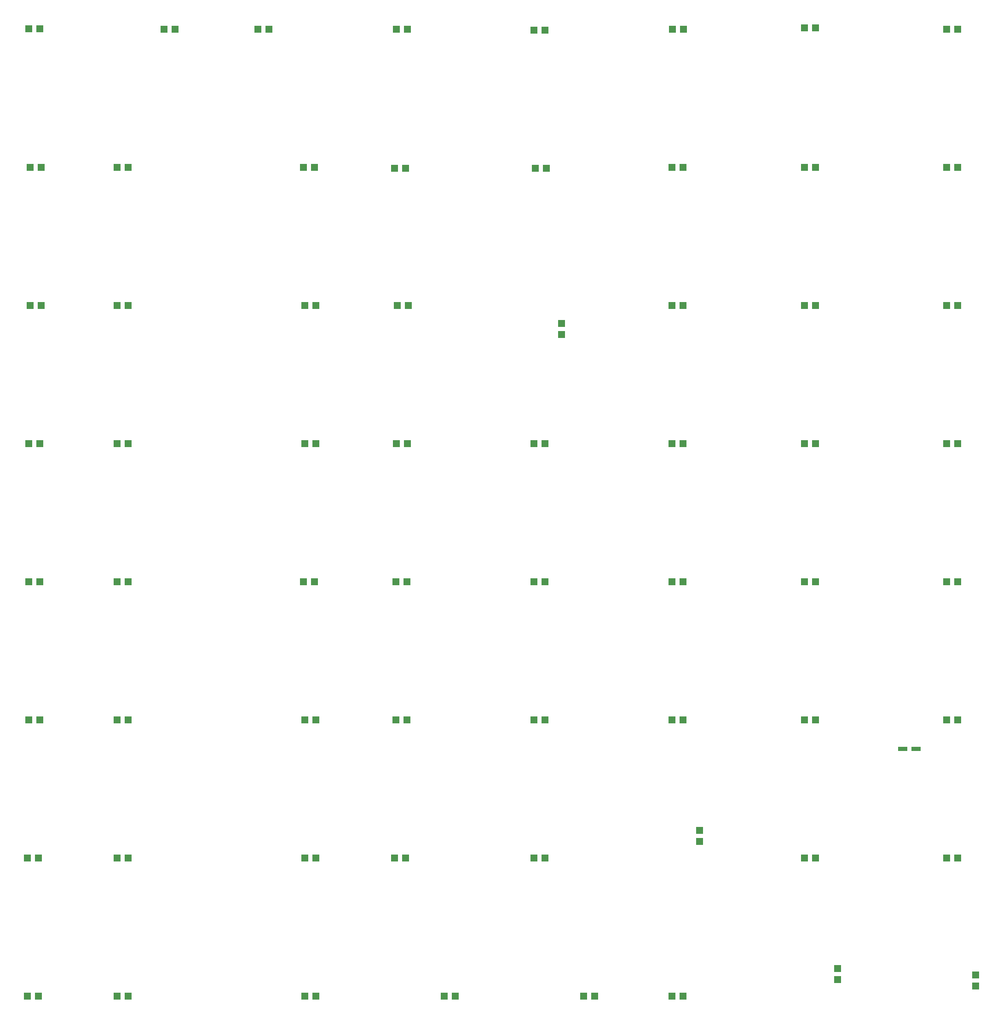
<source format=gbr>
G04 start of page 10 for group -4014 idx -4014 *
G04 Title: (unknown), bottompaste *
G04 Creator: pcb v4.0.2-g2d695f8b *
G04 CreationDate: Sat Jan 27 08:31:28 2018 UTC *
G04 For: zhenke *
G04 Format: Gerber/RS-274X *
G04 PCB-Dimensions (mil): 7480.31 7283.46 *
G04 PCB-Coordinate-Origin: lower left *
%MOIN*%
%FSLAX25Y25*%
%LNBOTTOMPASTE*%
%ADD67C,0.0001*%
G54D67*G36*
X238500Y222346D02*Y217346D01*
X243500D01*
Y222346D01*
X238500D01*
G37*
G36*
X246500D02*Y217346D01*
X251500D01*
Y222346D01*
X246500D01*
G37*
G36*
X680654Y200421D02*Y197272D01*
X687346D01*
Y200421D01*
X680654D01*
G37*
G36*
X670814D02*Y197272D01*
X677506D01*
Y200421D01*
X670814D01*
G37*
G36*
X624500Y34346D02*Y29346D01*
X629500D01*
Y34346D01*
X624500D01*
G37*
G36*
Y42346D02*Y37346D01*
X629500D01*
Y42346D01*
X624500D01*
G37*
G36*
X38500Y722846D02*Y717846D01*
X43500D01*
Y722846D01*
X38500D01*
G37*
G36*
X46500D02*Y717846D01*
X51500D01*
Y722846D01*
X46500D01*
G37*
G36*
X339500Y22346D02*Y17346D01*
X344500D01*
Y22346D01*
X339500D01*
G37*
G36*
X347500D02*Y17346D01*
X352500D01*
Y22346D01*
X347500D01*
G37*
G36*
X412500Y422346D02*Y417346D01*
X417500D01*
Y422346D01*
X412500D01*
G37*
G36*
X404500D02*Y417346D01*
X409500D01*
Y422346D01*
X404500D01*
G37*
G36*
X212500Y722346D02*Y717346D01*
X217500D01*
Y722346D01*
X212500D01*
G37*
G36*
X204500D02*Y717346D01*
X209500D01*
Y722346D01*
X204500D01*
G37*
G36*
X136500D02*Y717346D01*
X141500D01*
Y722346D01*
X136500D01*
G37*
G36*
X144500D02*Y717346D01*
X149500D01*
Y722346D01*
X144500D01*
G37*
G36*
X608500Y723346D02*Y718346D01*
X613500D01*
Y723346D01*
X608500D01*
G37*
G36*
X600500D02*Y718346D01*
X605500D01*
Y723346D01*
X600500D01*
G37*
G36*
X513000Y722346D02*Y717346D01*
X518000D01*
Y722346D01*
X513000D01*
G37*
G36*
X505000D02*Y717346D01*
X510000D01*
Y722346D01*
X505000D01*
G37*
G36*
X412500Y721846D02*Y716846D01*
X417500D01*
Y721846D01*
X412500D01*
G37*
G36*
X404500D02*Y716846D01*
X409500D01*
Y721846D01*
X404500D01*
G37*
G36*
X313000Y722346D02*Y717346D01*
X318000D01*
Y722346D01*
X313000D01*
G37*
G36*
X305000D02*Y717346D01*
X310000D01*
Y722346D01*
X305000D01*
G37*
G36*
X711500D02*Y717346D01*
X716500D01*
Y722346D01*
X711500D01*
G37*
G36*
X703500D02*Y717346D01*
X708500D01*
Y722346D01*
X703500D01*
G37*
G36*
X110500Y622346D02*Y617346D01*
X115500D01*
Y622346D01*
X110500D01*
G37*
G36*
X102500D02*Y617346D01*
X107500D01*
Y622346D01*
X102500D01*
G37*
G36*
X39500D02*Y617346D01*
X44500D01*
Y622346D01*
X39500D01*
G37*
G36*
X47500D02*Y617346D01*
X52500D01*
Y622346D01*
X47500D01*
G37*
G36*
X237500D02*Y617346D01*
X242500D01*
Y622346D01*
X237500D01*
G37*
G36*
X245500D02*Y617346D01*
X250500D01*
Y622346D01*
X245500D01*
G37*
G36*
X311500Y621846D02*Y616846D01*
X316500D01*
Y621846D01*
X311500D01*
G37*
G36*
X303500D02*Y616846D01*
X308500D01*
Y621846D01*
X303500D01*
G37*
G36*
X413500D02*Y616846D01*
X418500D01*
Y621846D01*
X413500D01*
G37*
G36*
X405500D02*Y616846D01*
X410500D01*
Y621846D01*
X405500D01*
G37*
G36*
X711500Y622346D02*Y617346D01*
X716500D01*
Y622346D01*
X711500D01*
G37*
G36*
X703500D02*Y617346D01*
X708500D01*
Y622346D01*
X703500D01*
G37*
G36*
X608500D02*Y617346D01*
X613500D01*
Y622346D01*
X608500D01*
G37*
G36*
X600500D02*Y617346D01*
X605500D01*
Y622346D01*
X600500D01*
G37*
G36*
X512500D02*Y617346D01*
X517500D01*
Y622346D01*
X512500D01*
G37*
G36*
X504500D02*Y617346D01*
X509500D01*
Y622346D01*
X504500D01*
G37*
G36*
X608500Y522346D02*Y517346D01*
X613500D01*
Y522346D01*
X608500D01*
G37*
G36*
X600500D02*Y517346D01*
X605500D01*
Y522346D01*
X600500D01*
G37*
G36*
X711500D02*Y517346D01*
X716500D01*
Y522346D01*
X711500D01*
G37*
G36*
X703500D02*Y517346D01*
X708500D01*
Y522346D01*
X703500D01*
G37*
G36*
X110500D02*Y517346D01*
X115500D01*
Y522346D01*
X110500D01*
G37*
G36*
X102500D02*Y517346D01*
X107500D01*
Y522346D01*
X102500D01*
G37*
G36*
X39500D02*Y517346D01*
X44500D01*
Y522346D01*
X39500D01*
G37*
G36*
X47500D02*Y517346D01*
X52500D01*
Y522346D01*
X47500D01*
G37*
G36*
X313500D02*Y517346D01*
X318500D01*
Y522346D01*
X313500D01*
G37*
G36*
X305500D02*Y517346D01*
X310500D01*
Y522346D01*
X305500D01*
G37*
G36*
X238500D02*Y517346D01*
X243500D01*
Y522346D01*
X238500D01*
G37*
G36*
X246500D02*Y517346D01*
X251500D01*
Y522346D01*
X246500D01*
G37*
G36*
X512500D02*Y517346D01*
X517500D01*
Y522346D01*
X512500D01*
G37*
G36*
X504500D02*Y517346D01*
X509500D01*
Y522346D01*
X504500D01*
G37*
G36*
X424500Y509346D02*Y504346D01*
X429500D01*
Y509346D01*
X424500D01*
G37*
G36*
Y501346D02*Y496346D01*
X429500D01*
Y501346D01*
X424500D01*
G37*
G36*
X608500Y422346D02*Y417346D01*
X613500D01*
Y422346D01*
X608500D01*
G37*
G36*
X600500D02*Y417346D01*
X605500D01*
Y422346D01*
X600500D01*
G37*
G36*
X512500D02*Y417346D01*
X517500D01*
Y422346D01*
X512500D01*
G37*
G36*
X504500D02*Y417346D01*
X509500D01*
Y422346D01*
X504500D01*
G37*
G36*
X313000D02*Y417346D01*
X318000D01*
Y422346D01*
X313000D01*
G37*
G36*
X305000D02*Y417346D01*
X310000D01*
Y422346D01*
X305000D01*
G37*
G36*
X238500D02*Y417346D01*
X243500D01*
Y422346D01*
X238500D01*
G37*
G36*
X246500D02*Y417346D01*
X251500D01*
Y422346D01*
X246500D01*
G37*
G36*
X110500D02*Y417346D01*
X115500D01*
Y422346D01*
X110500D01*
G37*
G36*
X102500D02*Y417346D01*
X107500D01*
Y422346D01*
X102500D01*
G37*
G36*
X38500D02*Y417346D01*
X43500D01*
Y422346D01*
X38500D01*
G37*
G36*
X46500D02*Y417346D01*
X51500D01*
Y422346D01*
X46500D01*
G37*
G36*
X38500Y322346D02*Y317346D01*
X43500D01*
Y322346D01*
X38500D01*
G37*
G36*
X46500D02*Y317346D01*
X51500D01*
Y322346D01*
X46500D01*
G37*
G36*
X110500D02*Y317346D01*
X115500D01*
Y322346D01*
X110500D01*
G37*
G36*
X102500D02*Y317346D01*
X107500D01*
Y322346D01*
X102500D01*
G37*
G36*
X237500D02*Y317346D01*
X242500D01*
Y322346D01*
X237500D01*
G37*
G36*
X245500D02*Y317346D01*
X250500D01*
Y322346D01*
X245500D01*
G37*
G36*
X312500D02*Y317346D01*
X317500D01*
Y322346D01*
X312500D01*
G37*
G36*
X304500D02*Y317346D01*
X309500D01*
Y322346D01*
X304500D01*
G37*
G36*
X412500D02*Y317346D01*
X417500D01*
Y322346D01*
X412500D01*
G37*
G36*
X404500D02*Y317346D01*
X409500D01*
Y322346D01*
X404500D01*
G37*
G36*
X512500D02*Y317346D01*
X517500D01*
Y322346D01*
X512500D01*
G37*
G36*
X504500D02*Y317346D01*
X509500D01*
Y322346D01*
X504500D01*
G37*
G36*
X608500D02*Y317346D01*
X613500D01*
Y322346D01*
X608500D01*
G37*
G36*
X600500D02*Y317346D01*
X605500D01*
Y322346D01*
X600500D01*
G37*
G36*
X711500D02*Y317346D01*
X716500D01*
Y322346D01*
X711500D01*
G37*
G36*
X703500D02*Y317346D01*
X708500D01*
Y322346D01*
X703500D01*
G37*
G36*
X38500Y222346D02*Y217346D01*
X43500D01*
Y222346D01*
X38500D01*
G37*
G36*
X46500D02*Y217346D01*
X51500D01*
Y222346D01*
X46500D01*
G37*
G36*
X110500D02*Y217346D01*
X115500D01*
Y222346D01*
X110500D01*
G37*
G36*
X102500D02*Y217346D01*
X107500D01*
Y222346D01*
X102500D01*
G37*
G36*
X312500D02*Y217346D01*
X317500D01*
Y222346D01*
X312500D01*
G37*
G36*
X304500D02*Y217346D01*
X309500D01*
Y222346D01*
X304500D01*
G37*
G36*
X412500D02*Y217346D01*
X417500D01*
Y222346D01*
X412500D01*
G37*
G36*
X404500D02*Y217346D01*
X409500D01*
Y222346D01*
X404500D01*
G37*
G36*
X512500D02*Y217346D01*
X517500D01*
Y222346D01*
X512500D01*
G37*
G36*
X504500D02*Y217346D01*
X509500D01*
Y222346D01*
X504500D01*
G37*
G36*
X608500D02*Y217346D01*
X613500D01*
Y222346D01*
X608500D01*
G37*
G36*
X600500D02*Y217346D01*
X605500D01*
Y222346D01*
X600500D01*
G37*
G36*
X711500D02*Y217346D01*
X716500D01*
Y222346D01*
X711500D01*
G37*
G36*
X703500D02*Y217346D01*
X708500D01*
Y222346D01*
X703500D01*
G37*
G36*
X37500Y122346D02*Y117346D01*
X42500D01*
Y122346D01*
X37500D01*
G37*
G36*
X45500D02*Y117346D01*
X50500D01*
Y122346D01*
X45500D01*
G37*
G36*
X110500D02*Y117346D01*
X115500D01*
Y122346D01*
X110500D01*
G37*
G36*
X102500D02*Y117346D01*
X107500D01*
Y122346D01*
X102500D01*
G37*
G36*
X238500D02*Y117346D01*
X243500D01*
Y122346D01*
X238500D01*
G37*
G36*
X246500D02*Y117346D01*
X251500D01*
Y122346D01*
X246500D01*
G37*
G36*
X311500D02*Y117346D01*
X316500D01*
Y122346D01*
X311500D01*
G37*
G36*
X303500D02*Y117346D01*
X308500D01*
Y122346D01*
X303500D01*
G37*
G36*
X412500D02*Y117346D01*
X417500D01*
Y122346D01*
X412500D01*
G37*
G36*
X404500D02*Y117346D01*
X409500D01*
Y122346D01*
X404500D01*
G37*
G36*
X524500Y134346D02*Y129346D01*
X529500D01*
Y134346D01*
X524500D01*
G37*
G36*
Y142346D02*Y137346D01*
X529500D01*
Y142346D01*
X524500D01*
G37*
G36*
X608500Y122346D02*Y117346D01*
X613500D01*
Y122346D01*
X608500D01*
G37*
G36*
X600500D02*Y117346D01*
X605500D01*
Y122346D01*
X600500D01*
G37*
G36*
X711500D02*Y117346D01*
X716500D01*
Y122346D01*
X711500D01*
G37*
G36*
X703500D02*Y117346D01*
X708500D01*
Y122346D01*
X703500D01*
G37*
G36*
X238500Y22346D02*Y17346D01*
X243500D01*
Y22346D01*
X238500D01*
G37*
G36*
X246500D02*Y17346D01*
X251500D01*
Y22346D01*
X246500D01*
G37*
G36*
X37500D02*Y17346D01*
X42500D01*
Y22346D01*
X37500D01*
G37*
G36*
X45500D02*Y17346D01*
X50500D01*
Y22346D01*
X45500D01*
G37*
G36*
X110500D02*Y17346D01*
X115500D01*
Y22346D01*
X110500D01*
G37*
G36*
X102500D02*Y17346D01*
X107500D01*
Y22346D01*
X102500D01*
G37*
G36*
X440500D02*Y17346D01*
X445500D01*
Y22346D01*
X440500D01*
G37*
G36*
X448500D02*Y17346D01*
X453500D01*
Y22346D01*
X448500D01*
G37*
G36*
X512500D02*Y17346D01*
X517500D01*
Y22346D01*
X512500D01*
G37*
G36*
X504500D02*Y17346D01*
X509500D01*
Y22346D01*
X504500D01*
G37*
G36*
X724500Y29846D02*Y24846D01*
X729500D01*
Y29846D01*
X724500D01*
G37*
G36*
Y37846D02*Y32846D01*
X729500D01*
Y37846D01*
X724500D01*
G37*
G36*
X711500Y422346D02*Y417346D01*
X716500D01*
Y422346D01*
X711500D01*
G37*
G36*
X703500D02*Y417346D01*
X708500D01*
Y422346D01*
X703500D01*
G37*
M02*

</source>
